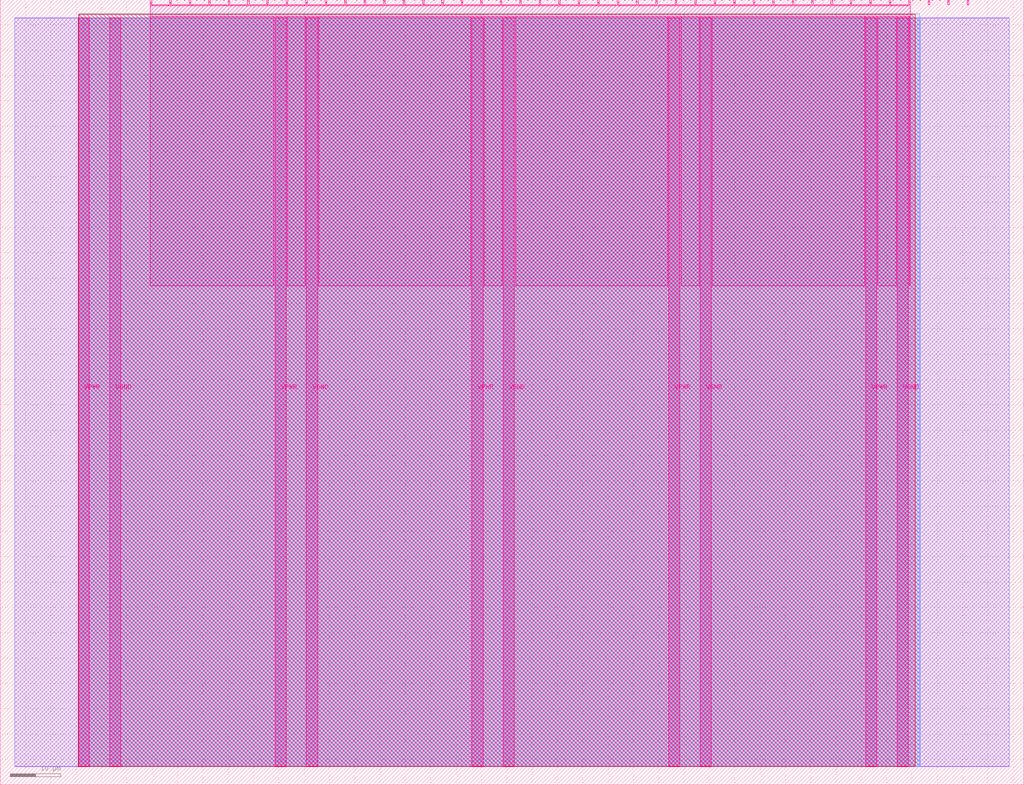
<source format=lef>
VERSION 5.7 ;
  NOWIREEXTENSIONATPIN ON ;
  DIVIDERCHAR "/" ;
  BUSBITCHARS "[]" ;
MACRO tt_um_MAC_Accelerator_OnSachinSharma
  CLASS BLOCK ;
  FOREIGN tt_um_MAC_Accelerator_OnSachinSharma ;
  ORIGIN 0.000 0.000 ;
  SIZE 202.080 BY 154.980 ;
  PIN VGND
    DIRECTION INOUT ;
    USE GROUND ;
    PORT
      LAYER Metal5 ;
        RECT 21.580 3.560 23.780 151.420 ;
    END
    PORT
      LAYER Metal5 ;
        RECT 60.450 3.560 62.650 151.420 ;
    END
    PORT
      LAYER Metal5 ;
        RECT 99.320 3.560 101.520 151.420 ;
    END
    PORT
      LAYER Metal5 ;
        RECT 138.190 3.560 140.390 151.420 ;
    END
    PORT
      LAYER Metal5 ;
        RECT 177.060 3.560 179.260 151.420 ;
    END
  END VGND
  PIN VPWR
    DIRECTION INOUT ;
    USE POWER ;
    PORT
      LAYER Metal5 ;
        RECT 15.380 3.560 17.580 151.420 ;
    END
    PORT
      LAYER Metal5 ;
        RECT 54.250 3.560 56.450 151.420 ;
    END
    PORT
      LAYER Metal5 ;
        RECT 93.120 3.560 95.320 151.420 ;
    END
    PORT
      LAYER Metal5 ;
        RECT 131.990 3.560 134.190 151.420 ;
    END
    PORT
      LAYER Metal5 ;
        RECT 170.860 3.560 173.060 151.420 ;
    END
  END VPWR
  PIN clk
    DIRECTION INPUT ;
    USE SIGNAL ;
    PORT
      LAYER Metal5 ;
        RECT 187.050 153.980 187.350 154.980 ;
    END
  END clk
  PIN ena
    DIRECTION INPUT ;
    USE SIGNAL ;
    PORT
      LAYER Metal5 ;
        RECT 190.890 153.980 191.190 154.980 ;
    END
  END ena
  PIN rst_n
    DIRECTION INPUT ;
    USE SIGNAL ;
    PORT
      LAYER Metal5 ;
        RECT 183.210 153.980 183.510 154.980 ;
    END
  END rst_n
  PIN ui_in[0]
    DIRECTION INPUT ;
    USE SIGNAL ;
    ANTENNAGATEAREA 0.314600 ;
    PORT
      LAYER Metal5 ;
        RECT 179.370 153.980 179.670 154.980 ;
    END
  END ui_in[0]
  PIN ui_in[1]
    DIRECTION INPUT ;
    USE SIGNAL ;
    ANTENNAGATEAREA 0.314600 ;
    PORT
      LAYER Metal5 ;
        RECT 175.530 153.980 175.830 154.980 ;
    END
  END ui_in[1]
  PIN ui_in[2]
    DIRECTION INPUT ;
    USE SIGNAL ;
    ANTENNAGATEAREA 0.213200 ;
    PORT
      LAYER Metal5 ;
        RECT 171.690 153.980 171.990 154.980 ;
    END
  END ui_in[2]
  PIN ui_in[3]
    DIRECTION INPUT ;
    USE SIGNAL ;
    ANTENNAGATEAREA 0.180700 ;
    PORT
      LAYER Metal5 ;
        RECT 167.850 153.980 168.150 154.980 ;
    END
  END ui_in[3]
  PIN ui_in[4]
    DIRECTION INPUT ;
    USE SIGNAL ;
    ANTENNAGATEAREA 0.213200 ;
    PORT
      LAYER Metal5 ;
        RECT 164.010 153.980 164.310 154.980 ;
    END
  END ui_in[4]
  PIN ui_in[5]
    DIRECTION INPUT ;
    USE SIGNAL ;
    ANTENNAGATEAREA 0.213200 ;
    PORT
      LAYER Metal5 ;
        RECT 160.170 153.980 160.470 154.980 ;
    END
  END ui_in[5]
  PIN ui_in[6]
    DIRECTION INPUT ;
    USE SIGNAL ;
    ANTENNAGATEAREA 0.180700 ;
    PORT
      LAYER Metal5 ;
        RECT 156.330 153.980 156.630 154.980 ;
    END
  END ui_in[6]
  PIN ui_in[7]
    DIRECTION INPUT ;
    USE SIGNAL ;
    ANTENNAGATEAREA 0.180700 ;
    PORT
      LAYER Metal5 ;
        RECT 152.490 153.980 152.790 154.980 ;
    END
  END ui_in[7]
  PIN uio_in[0]
    DIRECTION INPUT ;
    USE SIGNAL ;
    ANTENNAGATEAREA 0.426400 ;
    PORT
      LAYER Metal5 ;
        RECT 148.650 153.980 148.950 154.980 ;
    END
  END uio_in[0]
  PIN uio_in[1]
    DIRECTION INPUT ;
    USE SIGNAL ;
    ANTENNAGATEAREA 0.426400 ;
    PORT
      LAYER Metal5 ;
        RECT 144.810 153.980 145.110 154.980 ;
    END
  END uio_in[1]
  PIN uio_in[2]
    DIRECTION INPUT ;
    USE SIGNAL ;
    ANTENNAGATEAREA 0.213200 ;
    PORT
      LAYER Metal5 ;
        RECT 140.970 153.980 141.270 154.980 ;
    END
  END uio_in[2]
  PIN uio_in[3]
    DIRECTION INPUT ;
    USE SIGNAL ;
    ANTENNAGATEAREA 0.213200 ;
    PORT
      LAYER Metal5 ;
        RECT 137.130 153.980 137.430 154.980 ;
    END
  END uio_in[3]
  PIN uio_in[4]
    DIRECTION INPUT ;
    USE SIGNAL ;
    ANTENNAGATEAREA 0.213200 ;
    PORT
      LAYER Metal5 ;
        RECT 133.290 153.980 133.590 154.980 ;
    END
  END uio_in[4]
  PIN uio_in[5]
    DIRECTION INPUT ;
    USE SIGNAL ;
    ANTENNAGATEAREA 0.180700 ;
    PORT
      LAYER Metal5 ;
        RECT 129.450 153.980 129.750 154.980 ;
    END
  END uio_in[5]
  PIN uio_in[6]
    DIRECTION INPUT ;
    USE SIGNAL ;
    ANTENNAGATEAREA 0.180700 ;
    PORT
      LAYER Metal5 ;
        RECT 125.610 153.980 125.910 154.980 ;
    END
  END uio_in[6]
  PIN uio_in[7]
    DIRECTION INPUT ;
    USE SIGNAL ;
    ANTENNAGATEAREA 0.180700 ;
    PORT
      LAYER Metal5 ;
        RECT 121.770 153.980 122.070 154.980 ;
    END
  END uio_in[7]
  PIN uio_oe[0]
    DIRECTION OUTPUT ;
    USE SIGNAL ;
    ANTENNADIFFAREA 0.299200 ;
    PORT
      LAYER Metal5 ;
        RECT 56.490 153.980 56.790 154.980 ;
    END
  END uio_oe[0]
  PIN uio_oe[1]
    DIRECTION OUTPUT ;
    USE SIGNAL ;
    ANTENNADIFFAREA 0.299200 ;
    PORT
      LAYER Metal5 ;
        RECT 52.650 153.980 52.950 154.980 ;
    END
  END uio_oe[1]
  PIN uio_oe[2]
    DIRECTION OUTPUT ;
    USE SIGNAL ;
    ANTENNADIFFAREA 0.299200 ;
    PORT
      LAYER Metal5 ;
        RECT 48.810 153.980 49.110 154.980 ;
    END
  END uio_oe[2]
  PIN uio_oe[3]
    DIRECTION OUTPUT ;
    USE SIGNAL ;
    ANTENNADIFFAREA 0.299200 ;
    PORT
      LAYER Metal5 ;
        RECT 44.970 153.980 45.270 154.980 ;
    END
  END uio_oe[3]
  PIN uio_oe[4]
    DIRECTION OUTPUT ;
    USE SIGNAL ;
    ANTENNADIFFAREA 0.299200 ;
    PORT
      LAYER Metal5 ;
        RECT 41.130 153.980 41.430 154.980 ;
    END
  END uio_oe[4]
  PIN uio_oe[5]
    DIRECTION OUTPUT ;
    USE SIGNAL ;
    ANTENNADIFFAREA 0.299200 ;
    PORT
      LAYER Metal5 ;
        RECT 37.290 153.980 37.590 154.980 ;
    END
  END uio_oe[5]
  PIN uio_oe[6]
    DIRECTION OUTPUT ;
    USE SIGNAL ;
    ANTENNADIFFAREA 0.299200 ;
    PORT
      LAYER Metal5 ;
        RECT 33.450 153.980 33.750 154.980 ;
    END
  END uio_oe[6]
  PIN uio_oe[7]
    DIRECTION OUTPUT ;
    USE SIGNAL ;
    ANTENNADIFFAREA 0.299200 ;
    PORT
      LAYER Metal5 ;
        RECT 29.610 153.980 29.910 154.980 ;
    END
  END uio_oe[7]
  PIN uio_out[0]
    DIRECTION OUTPUT ;
    USE SIGNAL ;
    ANTENNADIFFAREA 0.299200 ;
    PORT
      LAYER Metal5 ;
        RECT 87.210 153.980 87.510 154.980 ;
    END
  END uio_out[0]
  PIN uio_out[1]
    DIRECTION OUTPUT ;
    USE SIGNAL ;
    ANTENNADIFFAREA 0.299200 ;
    PORT
      LAYER Metal5 ;
        RECT 83.370 153.980 83.670 154.980 ;
    END
  END uio_out[1]
  PIN uio_out[2]
    DIRECTION OUTPUT ;
    USE SIGNAL ;
    ANTENNADIFFAREA 0.299200 ;
    PORT
      LAYER Metal5 ;
        RECT 79.530 153.980 79.830 154.980 ;
    END
  END uio_out[2]
  PIN uio_out[3]
    DIRECTION OUTPUT ;
    USE SIGNAL ;
    ANTENNADIFFAREA 0.299200 ;
    PORT
      LAYER Metal5 ;
        RECT 75.690 153.980 75.990 154.980 ;
    END
  END uio_out[3]
  PIN uio_out[4]
    DIRECTION OUTPUT ;
    USE SIGNAL ;
    ANTENNADIFFAREA 0.299200 ;
    PORT
      LAYER Metal5 ;
        RECT 71.850 153.980 72.150 154.980 ;
    END
  END uio_out[4]
  PIN uio_out[5]
    DIRECTION OUTPUT ;
    USE SIGNAL ;
    ANTENNADIFFAREA 0.299200 ;
    PORT
      LAYER Metal5 ;
        RECT 68.010 153.980 68.310 154.980 ;
    END
  END uio_out[5]
  PIN uio_out[6]
    DIRECTION OUTPUT ;
    USE SIGNAL ;
    ANTENNADIFFAREA 0.299200 ;
    PORT
      LAYER Metal5 ;
        RECT 64.170 153.980 64.470 154.980 ;
    END
  END uio_out[6]
  PIN uio_out[7]
    DIRECTION OUTPUT ;
    USE SIGNAL ;
    ANTENNADIFFAREA 0.299200 ;
    PORT
      LAYER Metal5 ;
        RECT 60.330 153.980 60.630 154.980 ;
    END
  END uio_out[7]
  PIN uo_out[0]
    DIRECTION OUTPUT ;
    USE SIGNAL ;
    ANTENNAGATEAREA 0.192400 ;
    ANTENNADIFFAREA 0.632400 ;
    PORT
      LAYER Metal5 ;
        RECT 117.930 153.980 118.230 154.980 ;
    END
  END uo_out[0]
  PIN uo_out[1]
    DIRECTION OUTPUT ;
    USE SIGNAL ;
    ANTENNADIFFAREA 0.662000 ;
    PORT
      LAYER Metal5 ;
        RECT 114.090 153.980 114.390 154.980 ;
    END
  END uo_out[1]
  PIN uo_out[2]
    DIRECTION OUTPUT ;
    USE SIGNAL ;
    ANTENNADIFFAREA 0.706400 ;
    PORT
      LAYER Metal5 ;
        RECT 110.250 153.980 110.550 154.980 ;
    END
  END uo_out[2]
  PIN uo_out[3]
    DIRECTION OUTPUT ;
    USE SIGNAL ;
    ANTENNADIFFAREA 0.733200 ;
    PORT
      LAYER Metal5 ;
        RECT 106.410 153.980 106.710 154.980 ;
    END
  END uo_out[3]
  PIN uo_out[4]
    DIRECTION OUTPUT ;
    USE SIGNAL ;
    ANTENNADIFFAREA 0.733200 ;
    PORT
      LAYER Metal5 ;
        RECT 102.570 153.980 102.870 154.980 ;
    END
  END uo_out[4]
  PIN uo_out[5]
    DIRECTION OUTPUT ;
    USE SIGNAL ;
    ANTENNADIFFAREA 0.706400 ;
    PORT
      LAYER Metal5 ;
        RECT 98.730 153.980 99.030 154.980 ;
    END
  END uo_out[5]
  PIN uo_out[6]
    DIRECTION OUTPUT ;
    USE SIGNAL ;
    ANTENNADIFFAREA 0.733200 ;
    PORT
      LAYER Metal5 ;
        RECT 94.890 153.980 95.190 154.980 ;
    END
  END uo_out[6]
  PIN uo_out[7]
    DIRECTION OUTPUT ;
    USE SIGNAL ;
    ANTENNADIFFAREA 0.733200 ;
    PORT
      LAYER Metal5 ;
        RECT 91.050 153.980 91.350 154.980 ;
    END
  END uo_out[7]
  OBS
      LAYER GatPoly ;
        RECT 2.880 3.630 199.200 151.350 ;
      LAYER Metal1 ;
        RECT 2.880 3.560 199.200 151.420 ;
      LAYER Metal2 ;
        RECT 15.515 3.680 181.585 151.300 ;
      LAYER Metal3 ;
        RECT 15.560 3.635 181.540 152.185 ;
      LAYER Metal4 ;
        RECT 15.515 3.680 180.625 152.140 ;
      LAYER Metal5 ;
        RECT 30.120 153.770 33.240 153.980 ;
        RECT 33.960 153.770 37.080 153.980 ;
        RECT 37.800 153.770 40.920 153.980 ;
        RECT 41.640 153.770 44.760 153.980 ;
        RECT 45.480 153.770 48.600 153.980 ;
        RECT 49.320 153.770 52.440 153.980 ;
        RECT 53.160 153.770 56.280 153.980 ;
        RECT 57.000 153.770 60.120 153.980 ;
        RECT 60.840 153.770 63.960 153.980 ;
        RECT 64.680 153.770 67.800 153.980 ;
        RECT 68.520 153.770 71.640 153.980 ;
        RECT 72.360 153.770 75.480 153.980 ;
        RECT 76.200 153.770 79.320 153.980 ;
        RECT 80.040 153.770 83.160 153.980 ;
        RECT 83.880 153.770 87.000 153.980 ;
        RECT 87.720 153.770 90.840 153.980 ;
        RECT 91.560 153.770 94.680 153.980 ;
        RECT 95.400 153.770 98.520 153.980 ;
        RECT 99.240 153.770 102.360 153.980 ;
        RECT 103.080 153.770 106.200 153.980 ;
        RECT 106.920 153.770 110.040 153.980 ;
        RECT 110.760 153.770 113.880 153.980 ;
        RECT 114.600 153.770 117.720 153.980 ;
        RECT 118.440 153.770 121.560 153.980 ;
        RECT 122.280 153.770 125.400 153.980 ;
        RECT 126.120 153.770 129.240 153.980 ;
        RECT 129.960 153.770 133.080 153.980 ;
        RECT 133.800 153.770 136.920 153.980 ;
        RECT 137.640 153.770 140.760 153.980 ;
        RECT 141.480 153.770 144.600 153.980 ;
        RECT 145.320 153.770 148.440 153.980 ;
        RECT 149.160 153.770 152.280 153.980 ;
        RECT 153.000 153.770 156.120 153.980 ;
        RECT 156.840 153.770 159.960 153.980 ;
        RECT 160.680 153.770 163.800 153.980 ;
        RECT 164.520 153.770 167.640 153.980 ;
        RECT 168.360 153.770 171.480 153.980 ;
        RECT 172.200 153.770 175.320 153.980 ;
        RECT 176.040 153.770 179.160 153.980 ;
        RECT 29.660 151.630 179.620 153.770 ;
        RECT 29.660 98.555 54.040 151.630 ;
        RECT 56.660 98.555 60.240 151.630 ;
        RECT 62.860 98.555 92.910 151.630 ;
        RECT 95.530 98.555 99.110 151.630 ;
        RECT 101.730 98.555 131.780 151.630 ;
        RECT 134.400 98.555 137.980 151.630 ;
        RECT 140.600 98.555 170.650 151.630 ;
        RECT 173.270 98.555 176.850 151.630 ;
        RECT 179.470 98.555 179.620 151.630 ;
  END
END tt_um_MAC_Accelerator_OnSachinSharma
END LIBRARY


</source>
